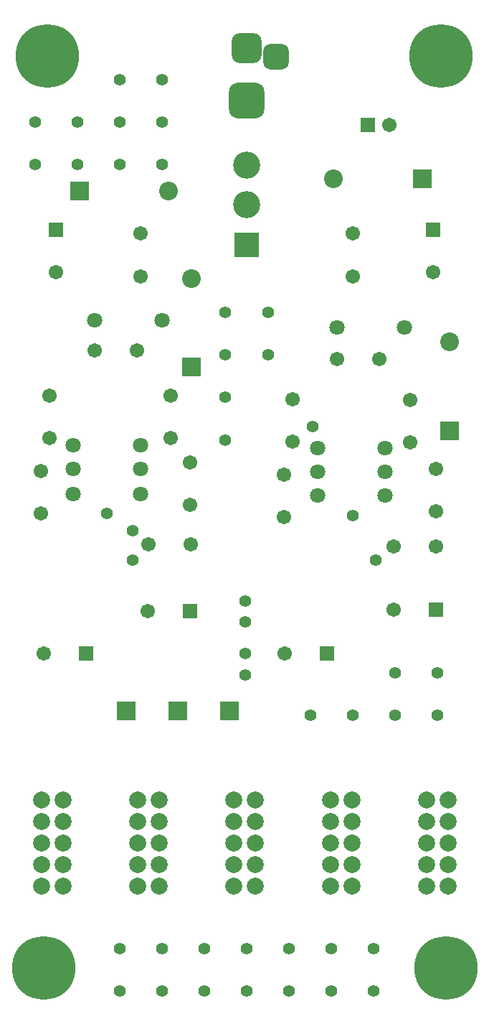
<source format=gbs>
G04 Layer_Color=16711935*
%FSLAX25Y25*%
%MOIN*%
G70*
G01*
G75*
G04:AMPARAMS|DCode=40|XSize=165.48mil|YSize=165.48mil|CornerRadius=43.37mil|HoleSize=0mil|Usage=FLASHONLY|Rotation=0.000|XOffset=0mil|YOffset=0mil|HoleType=Round|Shape=RoundedRectangle|*
%AMROUNDEDRECTD40*
21,1,0.16548,0.07874,0,0,0.0*
21,1,0.07874,0.16548,0,0,0.0*
1,1,0.08674,0.03937,-0.03937*
1,1,0.08674,-0.03937,-0.03937*
1,1,0.08674,-0.03937,0.03937*
1,1,0.08674,0.03937,0.03937*
%
%ADD40ROUNDEDRECTD40*%
G04:AMPARAMS|DCode=41|XSize=137.92mil|YSize=137.92mil|CornerRadius=36.48mil|HoleSize=0mil|Usage=FLASHONLY|Rotation=0.000|XOffset=0mil|YOffset=0mil|HoleType=Round|Shape=RoundedRectangle|*
%AMROUNDEDRECTD41*
21,1,0.13792,0.06496,0,0,0.0*
21,1,0.06496,0.13792,0,0,0.0*
1,1,0.07296,0.03248,-0.03248*
1,1,0.07296,-0.03248,-0.03248*
1,1,0.07296,-0.03248,0.03248*
1,1,0.07296,0.03248,0.03248*
%
%ADD41ROUNDEDRECTD41*%
G04:AMPARAMS|DCode=42|XSize=118.24mil|YSize=118.24mil|CornerRadius=31.56mil|HoleSize=0mil|Usage=FLASHONLY|Rotation=0.000|XOffset=0mil|YOffset=0mil|HoleType=Round|Shape=RoundedRectangle|*
%AMROUNDEDRECTD42*
21,1,0.11824,0.05512,0,0,0.0*
21,1,0.05512,0.11824,0,0,0.0*
1,1,0.06312,0.02756,-0.02756*
1,1,0.06312,-0.02756,-0.02756*
1,1,0.06312,-0.02756,0.02756*
1,1,0.06312,0.02756,0.02756*
%
%ADD42ROUNDEDRECTD42*%
%ADD43C,0.07887*%
%ADD44C,0.06706*%
%ADD45R,0.08674X0.08674*%
%ADD46C,0.08674*%
%ADD47R,0.06706X0.06706*%
%ADD48R,0.06706X0.06706*%
%ADD49C,0.12611*%
%ADD50R,0.11824X0.11824*%
%ADD51C,0.07099*%
%ADD52R,0.08674X0.08674*%
%ADD53C,0.05524*%
%ADD54C,0.29528*%
D40*
X324803Y728346D02*
D03*
D41*
Y752756D02*
D03*
D42*
X338583Y748819D02*
D03*
D43*
X418465Y363543D02*
D03*
X408465D02*
D03*
X418465Y373543D02*
D03*
X408465D02*
D03*
X418465Y383543D02*
D03*
X408465D02*
D03*
X418465Y393543D02*
D03*
X408465D02*
D03*
X418465Y403543D02*
D03*
X408465D02*
D03*
X373681Y363543D02*
D03*
X363681D02*
D03*
X373681Y373543D02*
D03*
X363681D02*
D03*
X373681Y383543D02*
D03*
X363681D02*
D03*
X373681Y393543D02*
D03*
X363681D02*
D03*
X373681Y403543D02*
D03*
X363681D02*
D03*
X328898Y363543D02*
D03*
X318898D02*
D03*
X328898Y373543D02*
D03*
X318898D02*
D03*
X328898Y383543D02*
D03*
X318898D02*
D03*
X328898Y393543D02*
D03*
X318898D02*
D03*
X328898Y403543D02*
D03*
X318898D02*
D03*
X284114Y363543D02*
D03*
X274114D02*
D03*
X284114Y373543D02*
D03*
X274114D02*
D03*
X284114Y383543D02*
D03*
X274114D02*
D03*
X284114Y393543D02*
D03*
X274114D02*
D03*
X284114Y403543D02*
D03*
X274114D02*
D03*
X239331Y363543D02*
D03*
X229331D02*
D03*
X239331Y373543D02*
D03*
X229331D02*
D03*
X239331Y383543D02*
D03*
X229331D02*
D03*
X239331Y393543D02*
D03*
X229331D02*
D03*
X239331Y403543D02*
D03*
X229331D02*
D03*
D44*
X400685Y589437D02*
D03*
Y569752D02*
D03*
X374016Y666535D02*
D03*
Y646850D02*
D03*
X233035Y571791D02*
D03*
Y591476D02*
D03*
X289535Y591291D02*
D03*
Y571606D02*
D03*
X391102Y716929D02*
D03*
X236221Y648819D02*
D03*
X229035Y536791D02*
D03*
Y556476D02*
D03*
X254035Y612291D02*
D03*
X273721D02*
D03*
X298535Y540606D02*
D03*
Y560291D02*
D03*
X279035Y522291D02*
D03*
X298721D02*
D03*
X278850Y491291D02*
D03*
X230315Y471654D02*
D03*
X366685Y608437D02*
D03*
X386370D02*
D03*
X346185Y569937D02*
D03*
Y589622D02*
D03*
X342185Y534937D02*
D03*
Y554622D02*
D03*
X412685Y537752D02*
D03*
Y557437D02*
D03*
X393185Y521437D02*
D03*
X412870D02*
D03*
X393000Y491937D02*
D03*
X342520Y471654D02*
D03*
X275590Y666535D02*
D03*
Y646850D02*
D03*
X411417Y648819D02*
D03*
D45*
X406417Y692126D02*
D03*
X247126Y686220D02*
D03*
X268701Y445079D02*
D03*
X292815D02*
D03*
X316929D02*
D03*
D46*
X365236Y692126D02*
D03*
X419291Y616260D02*
D03*
X299213Y645787D02*
D03*
X288307Y686220D02*
D03*
D47*
X381102Y716929D02*
D03*
X298535Y491291D02*
D03*
X250000Y471654D02*
D03*
X412685Y491937D02*
D03*
X362205Y471654D02*
D03*
D48*
X236221Y668504D02*
D03*
X411417D02*
D03*
D49*
X324803Y698425D02*
D03*
Y679921D02*
D03*
D50*
Y661417D02*
D03*
D51*
X398181Y622937D02*
D03*
X366685D02*
D03*
X285531Y626291D02*
D03*
X254035D02*
D03*
X244039Y545791D02*
D03*
X275535D02*
D03*
X275532Y557291D02*
D03*
X244035D02*
D03*
X244039Y568291D02*
D03*
X275535D02*
D03*
X357689Y566937D02*
D03*
X389185D02*
D03*
X389181Y555937D02*
D03*
X357685D02*
D03*
X357689Y544937D02*
D03*
X389185D02*
D03*
D52*
X419291Y575079D02*
D03*
X299213Y604606D02*
D03*
D53*
X324016Y471654D02*
D03*
Y461811D02*
D03*
Y496063D02*
D03*
Y486220D02*
D03*
X383858Y314961D02*
D03*
Y334646D02*
D03*
X364173Y314961D02*
D03*
Y334646D02*
D03*
X344488Y314961D02*
D03*
Y334646D02*
D03*
X324803Y314961D02*
D03*
Y334646D02*
D03*
X305118Y314961D02*
D03*
Y334646D02*
D03*
X285433Y314961D02*
D03*
Y334646D02*
D03*
X265748Y314961D02*
D03*
Y334646D02*
D03*
X354331Y442913D02*
D03*
X374016D02*
D03*
X334646Y610236D02*
D03*
X285433Y698819D02*
D03*
X265748D02*
D03*
X246063D02*
D03*
X226378D02*
D03*
Y718504D02*
D03*
X246063D02*
D03*
X413386Y442913D02*
D03*
Y462598D02*
D03*
X393701Y442913D02*
D03*
Y462598D02*
D03*
X314961Y570866D02*
D03*
Y590551D02*
D03*
Y610236D02*
D03*
X334646Y629921D02*
D03*
X314961D02*
D03*
X285433Y738189D02*
D03*
X265748D02*
D03*
X285433Y718504D02*
D03*
X265748D02*
D03*
X271654Y528740D02*
D03*
X259842Y536614D02*
D03*
X271654Y514961D02*
D03*
X374016Y535630D02*
D03*
X384842Y514961D02*
D03*
X355315Y576968D02*
D03*
D54*
X232283Y749016D02*
D03*
X415158D02*
D03*
X230315Y325787D02*
D03*
X417323D02*
D03*
M02*

</source>
